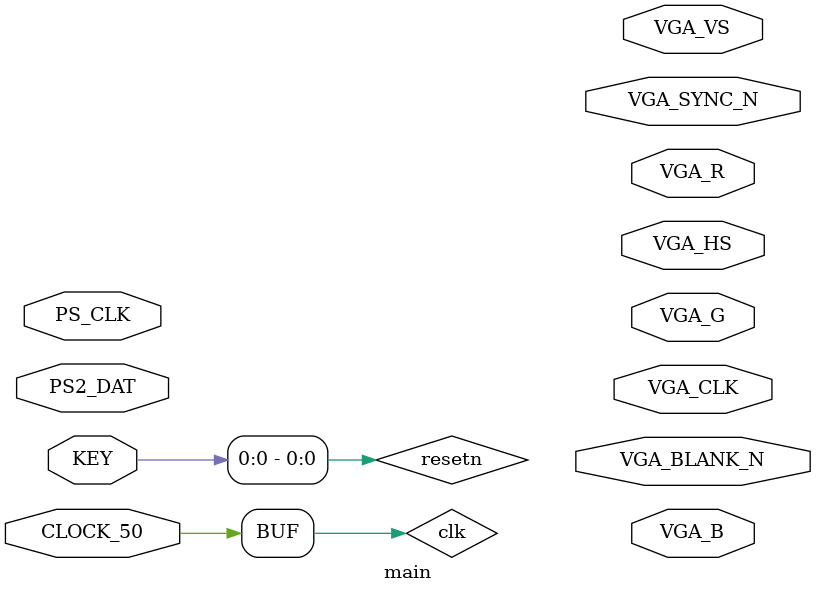
<source format=v>
module main(
	input CLOCK_50,
	input [3:0] KEY,
	inout PS_CLK, PS2_DAT,
	output VGA_CLK,
	output VGA_HS,
	output VGA_VS,
	output VGA_BLANK_N,					//	VGA BLANK
	output VGA_SYNC_N,						//	VGA SYNC
	output [9:0] VGA_R,   						//	VGA Red[9:0]
	output [9:0] VGA_G,	 						//	VGA Green[9:0]
	output [9:0] VGA_B 
);

	wire clk, resetn;
	assign resetn = KEY[0];
	assign clk = CLOCK_50;

	// wire for draw fsm
	wire [3:0] drawSig;
	wire enable_draw;

	// wire for i/o of p/e position and color
	wire [7:0] playerX, eX0, eX1, eX2, eX3;
    wire [6:0] playerY, eY0, eY1, eY2, eY3;
    wire go1, go2, go3, go4, reset_N0, reset_N1, reset_N2, reset_N3;
    wire [2:0] playerColour, colourE1, colourE2, colourE3, colourE4;
    wire plot1, plot2, plot3, plot4;

    // 
    wire [7:0] x_draw;
    wire [6:0] y_draw;
    wire [4:0] w_draw, h_draw;
    wire [2:0] c_draw;

    //
    wire [7:0] finalX;
    wire [6:0] finalY;
    wire [2:0] finalC;
    wire finalDone;

    // for keyboard
    wire dPressed, aPressed;



	// draw fsm
	drawFSM draw_control(
        .clk(clk), 
        .resetn(resetn), 
        .done(done_out),
        .mainDrawSignal(drawSig),
        .enable(enable_draw)
    );

    // draw datapath
    // initiate draw datapath
    displayHandler draw_datapath(
        .p_x(playerX),
        .e0_x(eX0),
        .e1_x(eX1),
        .e2_x(eX2),
        .e3_x(eX3),
        .p_y(playerY),
        .e0_y(eY0),
        .e1_y(eY1),
        .e2_y(eY2),
        .e3_y(eY3),
        .p_w(5'd10),
        .p_h(5'd10),
        .e_w(5'd10),
        .e_h(5'd10),
        .p_c(playerColour),
        .e_c0(colourE1),
        .e_c1(colourE2),
        .e_c2(colourE3),
        .e_c3(colourE4),
        .clk(clock),
        .draw(enable_draw),
        .reset(resetn),
        .control_signal(drawSig),
        .start_x(x_draw),
        .start_y(y_draw),
        .width(w_draw),
        .height(h_draw),
        .color(c_draw)
    );


    //initiate draw 
    draw d(
        .x_in(x_draw),
        .y_in(y_draw),
        .width(w_draw), 
        .height(h_draw),
        .c_in(c_draw),
        .draw(enable_draw), 
        .clk(clock), 
        .reset(resetn),
        .x_out(finalX),
        .y_out(finalY),
        .c_out(finalC),
        .done(finalDone)
    );


    wire ld_pos1, ld_pos2, ld_pos3, ld_pos4, inEraseState, inDrawState;
    //player movement FSM
    playerMovementFSM c1(
        .clk(clk),
        .resetn(resetn), 
        .ld_pos1(ld_pos1), 
        .ld_pos2(ld_pos2), 
        .ld_pos3(ld_pos3), 
        .ld_pos4(ld_pos4), 
        .inEraseState(inEraseState), 
        .inDrawState(inDrawState), 
        .aPressed(aPressed), 
        .dPressed(dPressed)
    );
    
    
    playData p1(
        .ld_1(ld_pos1),
        .ld_2(ld_pos2),
        .ld_3(ld_pos3),
        .ld_4(ld_pos4),
        .clock(clock), 
        .reset(resetn),
        .erase(inEraseState),
        .draw(inDrawState),
        .x_out(playerX),
        .y_out(playery),
        .color_out(playerColour)
    );

endmodule
</source>
